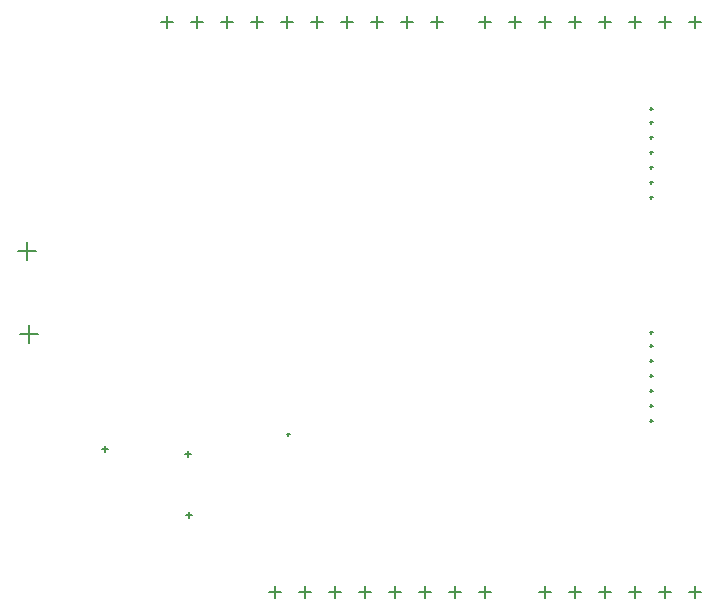
<source format=gbr>
G04*
G04 #@! TF.GenerationSoftware,Altium Limited,Altium Designer,23.0.1 (38)*
G04*
G04 Layer_Color=128*
%FSLAX44Y44*%
%MOMM*%
G71*
G04*
G04 #@! TF.SameCoordinates,64DEC9DB-233E-40C6-88A2-80678BC6FC1E*
G04*
G04*
G04 #@! TF.FilePolarity,Positive*
G04*
G01*
G75*
%ADD11C,0.1270*%
D11*
X187178Y509778D02*
X197378D01*
X192278Y504678D02*
Y514878D01*
X212578Y509778D02*
X222778D01*
X217678Y504678D02*
Y514878D01*
X237978Y509778D02*
X248178D01*
X243078Y504678D02*
Y514878D01*
X263378Y509778D02*
X273578D01*
X268478Y504678D02*
Y514878D01*
X288778Y509778D02*
X298978D01*
X293878Y504678D02*
Y514878D01*
X314178Y509778D02*
X324378D01*
X319278Y504678D02*
Y514878D01*
X339578Y509778D02*
X349778D01*
X344678Y504678D02*
Y514878D01*
X364978Y509778D02*
X375178D01*
X370078Y504678D02*
Y514878D01*
X390378Y509778D02*
X400578D01*
X395478Y504678D02*
Y514878D01*
X415778Y509778D02*
X425978D01*
X420878Y504678D02*
Y514878D01*
X507218Y27178D02*
X517418D01*
X512318Y22078D02*
Y32278D01*
X532618Y27178D02*
X542818D01*
X537718Y22078D02*
Y32278D01*
X558018Y27178D02*
X568218D01*
X563118Y22078D02*
Y32278D01*
X583418Y27178D02*
X593618D01*
X588518Y22078D02*
Y32278D01*
X608818Y27178D02*
X619018D01*
X613918Y22078D02*
Y32278D01*
X634218Y27178D02*
X644418D01*
X639318Y22078D02*
Y32278D01*
X278618Y27178D02*
X288818D01*
X283718Y22078D02*
Y32278D01*
X304018Y27178D02*
X314218D01*
X309118Y22078D02*
Y32278D01*
X329418Y27178D02*
X339618D01*
X334518Y22078D02*
Y32278D01*
X354818Y27178D02*
X365018D01*
X359918Y22078D02*
Y32278D01*
X380218Y27178D02*
X390418D01*
X385318Y22078D02*
Y32278D01*
X405618Y27178D02*
X415818D01*
X410718Y22078D02*
Y32278D01*
X431018Y27178D02*
X441218D01*
X436118Y22078D02*
Y32278D01*
X456418Y27178D02*
X466618D01*
X461518Y22078D02*
Y32278D01*
X456418Y509778D02*
X466618D01*
X461518Y504678D02*
Y514878D01*
X481818Y509778D02*
X492018D01*
X486918Y504678D02*
Y514878D01*
X507218Y509778D02*
X517418D01*
X512318Y504678D02*
Y514878D01*
X532618Y509778D02*
X542818D01*
X537718Y504678D02*
Y514878D01*
X558018Y509778D02*
X568218D01*
X563118Y504678D02*
Y514878D01*
X583418Y509778D02*
X593618D01*
X588518Y504678D02*
Y514878D01*
X608818Y509778D02*
X619018D01*
X613918Y504678D02*
Y514878D01*
X634218Y509778D02*
X644418D01*
X639318Y504678D02*
Y514878D01*
X67818Y245618D02*
X83058D01*
X75438Y237998D02*
Y253238D01*
X66294Y315468D02*
X81534D01*
X73914Y307848D02*
Y323088D01*
X293878Y160528D02*
X296418D01*
X295148Y159258D02*
Y161798D01*
X137668Y147828D02*
X142748D01*
X140208Y145288D02*
Y150368D01*
X208788Y91948D02*
X213868D01*
X211328Y89408D02*
Y94488D01*
X207518Y144018D02*
X212598D01*
X210058Y141478D02*
Y146558D01*
X601218Y235458D02*
X603758D01*
X602488Y234188D02*
Y236728D01*
X601218Y171958D02*
X603758D01*
X602488Y170688D02*
Y173228D01*
X601218Y197358D02*
X603758D01*
X602488Y196088D02*
Y198628D01*
X601218Y184658D02*
X603758D01*
X602488Y183388D02*
Y185928D01*
X601218Y246888D02*
X603758D01*
X602488Y245618D02*
Y248158D01*
X601218Y210058D02*
X603758D01*
X602488Y208788D02*
Y211328D01*
X601218Y436118D02*
X603758D01*
X602488Y434848D02*
Y437388D01*
X601218Y424688D02*
X603758D01*
X602488Y423418D02*
Y425958D01*
X601218Y411988D02*
X603758D01*
X602488Y410718D02*
Y413258D01*
X601218Y399288D02*
X603758D01*
X602488Y398018D02*
Y400558D01*
X601218Y386588D02*
X603758D01*
X602488Y385318D02*
Y387858D01*
X601218Y373888D02*
X603758D01*
X602488Y372618D02*
Y375158D01*
X601218Y361188D02*
X603758D01*
X602488Y359918D02*
Y362458D01*
X601218Y222758D02*
X603758D01*
X602488Y221488D02*
Y224028D01*
M02*

</source>
